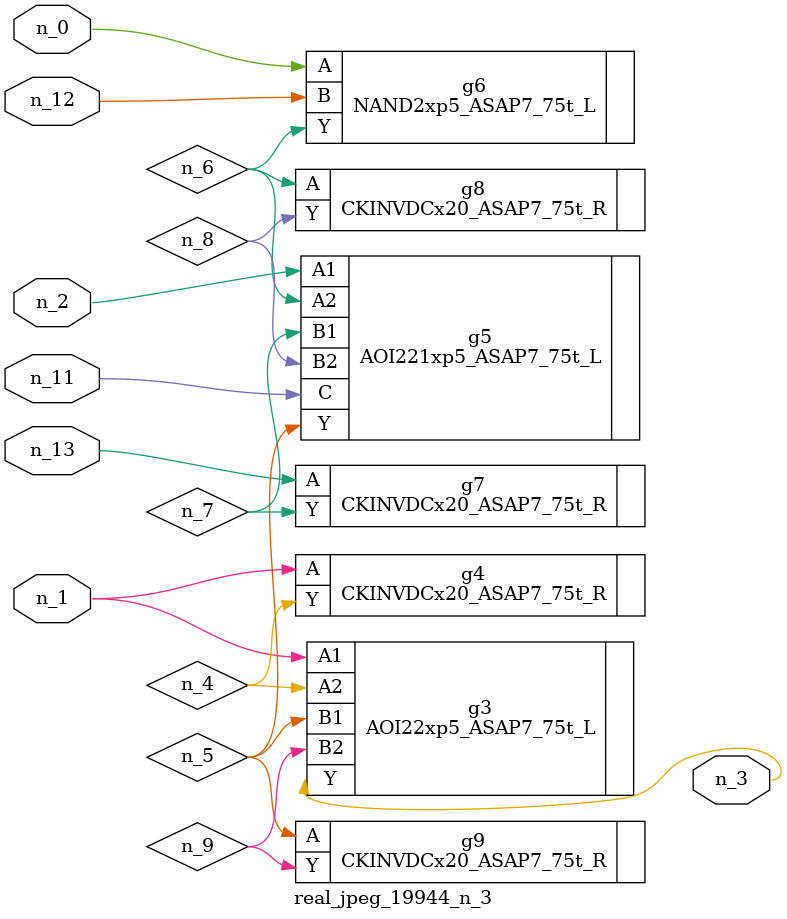
<source format=v>
module real_jpeg_19944_n_3 (n_12, n_0, n_1, n_11, n_2, n_13, n_3);

input n_12;
input n_0;
input n_1;
input n_11;
input n_2;
input n_13;

output n_3;

wire n_5;
wire n_4;
wire n_8;
wire n_6;
wire n_7;
wire n_9;

NAND2xp5_ASAP7_75t_L g6 ( 
.A(n_0),
.B(n_12),
.Y(n_6)
);

AOI22xp5_ASAP7_75t_L g3 ( 
.A1(n_1),
.A2(n_4),
.B1(n_5),
.B2(n_9),
.Y(n_3)
);

CKINVDCx20_ASAP7_75t_R g4 ( 
.A(n_1),
.Y(n_4)
);

AOI221xp5_ASAP7_75t_L g5 ( 
.A1(n_2),
.A2(n_6),
.B1(n_7),
.B2(n_8),
.C(n_11),
.Y(n_5)
);

CKINVDCx20_ASAP7_75t_R g9 ( 
.A(n_5),
.Y(n_9)
);

CKINVDCx20_ASAP7_75t_R g8 ( 
.A(n_6),
.Y(n_8)
);

CKINVDCx20_ASAP7_75t_R g7 ( 
.A(n_13),
.Y(n_7)
);


endmodule
</source>
